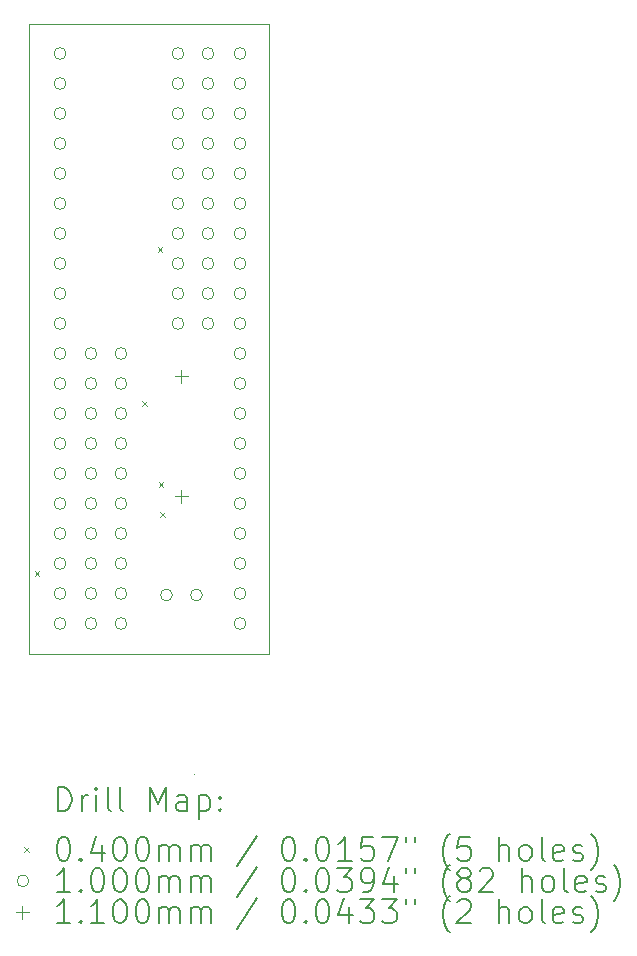
<source format=gbr>
%TF.GenerationSoftware,KiCad,Pcbnew,7.0.1*%
%TF.CreationDate,2023-06-01T10:46:20-07:00*%
%TF.ProjectId,tn_vdp_v2_socket,746e5f76-6470-45f7-9632-5f736f636b65,rev?*%
%TF.SameCoordinates,Original*%
%TF.FileFunction,Drillmap*%
%TF.FilePolarity,Positive*%
%FSLAX45Y45*%
G04 Gerber Fmt 4.5, Leading zero omitted, Abs format (unit mm)*
G04 Created by KiCad (PCBNEW 7.0.1) date 2023-06-01 10:46:20*
%MOMM*%
%LPD*%
G01*
G04 APERTURE LIST*
%ADD10C,0.100000*%
%ADD11C,0.200000*%
%ADD12C,0.040000*%
%ADD13C,0.110000*%
G04 APERTURE END LIST*
D10*
X15938500Y-10096500D02*
X15938500Y-4762500D01*
X17335500Y-11112500D02*
X17335500Y-11112500D01*
X17970500Y-10096500D02*
X15938500Y-10096500D01*
X17970500Y-4762500D02*
X17970500Y-10096500D01*
X17970500Y-4762500D02*
X15938500Y-4762500D01*
D11*
D12*
X15982420Y-9397950D02*
X16022420Y-9437950D01*
X16022420Y-9397950D02*
X15982420Y-9437950D01*
X16893110Y-7962100D02*
X16933110Y-8002100D01*
X16933110Y-7962100D02*
X16893110Y-8002100D01*
X17024640Y-6654590D02*
X17064640Y-6694590D01*
X17064640Y-6654590D02*
X17024640Y-6694590D01*
X17033340Y-8643990D02*
X17073340Y-8683990D01*
X17073340Y-8643990D02*
X17033340Y-8683990D01*
X17048020Y-8897700D02*
X17088020Y-8937700D01*
X17088020Y-8897700D02*
X17048020Y-8937700D01*
D10*
X16247580Y-5016000D02*
G75*
G03*
X16247580Y-5016000I-50000J0D01*
G01*
X16247580Y-5270000D02*
G75*
G03*
X16247580Y-5270000I-50000J0D01*
G01*
X16247580Y-5524000D02*
G75*
G03*
X16247580Y-5524000I-50000J0D01*
G01*
X16247580Y-5778000D02*
G75*
G03*
X16247580Y-5778000I-50000J0D01*
G01*
X16247580Y-6032000D02*
G75*
G03*
X16247580Y-6032000I-50000J0D01*
G01*
X16247580Y-6286000D02*
G75*
G03*
X16247580Y-6286000I-50000J0D01*
G01*
X16247580Y-6540000D02*
G75*
G03*
X16247580Y-6540000I-50000J0D01*
G01*
X16247580Y-6794000D02*
G75*
G03*
X16247580Y-6794000I-50000J0D01*
G01*
X16247580Y-7048000D02*
G75*
G03*
X16247580Y-7048000I-50000J0D01*
G01*
X16247580Y-7302000D02*
G75*
G03*
X16247580Y-7302000I-50000J0D01*
G01*
X16247580Y-7556000D02*
G75*
G03*
X16247580Y-7556000I-50000J0D01*
G01*
X16247580Y-7810000D02*
G75*
G03*
X16247580Y-7810000I-50000J0D01*
G01*
X16247580Y-8064000D02*
G75*
G03*
X16247580Y-8064000I-50000J0D01*
G01*
X16247580Y-8318000D02*
G75*
G03*
X16247580Y-8318000I-50000J0D01*
G01*
X16247580Y-8572000D02*
G75*
G03*
X16247580Y-8572000I-50000J0D01*
G01*
X16247580Y-8826000D02*
G75*
G03*
X16247580Y-8826000I-50000J0D01*
G01*
X16247580Y-9080000D02*
G75*
G03*
X16247580Y-9080000I-50000J0D01*
G01*
X16247580Y-9334000D02*
G75*
G03*
X16247580Y-9334000I-50000J0D01*
G01*
X16247580Y-9588000D02*
G75*
G03*
X16247580Y-9588000I-50000J0D01*
G01*
X16247580Y-9842000D02*
G75*
G03*
X16247580Y-9842000I-50000J0D01*
G01*
X16509200Y-7556500D02*
G75*
G03*
X16509200Y-7556500I-50000J0D01*
G01*
X16509200Y-7810500D02*
G75*
G03*
X16509200Y-7810500I-50000J0D01*
G01*
X16509200Y-8064500D02*
G75*
G03*
X16509200Y-8064500I-50000J0D01*
G01*
X16509200Y-8318500D02*
G75*
G03*
X16509200Y-8318500I-50000J0D01*
G01*
X16509200Y-8572500D02*
G75*
G03*
X16509200Y-8572500I-50000J0D01*
G01*
X16509200Y-8826500D02*
G75*
G03*
X16509200Y-8826500I-50000J0D01*
G01*
X16509200Y-9080500D02*
G75*
G03*
X16509200Y-9080500I-50000J0D01*
G01*
X16509200Y-9334500D02*
G75*
G03*
X16509200Y-9334500I-50000J0D01*
G01*
X16509200Y-9588500D02*
G75*
G03*
X16509200Y-9588500I-50000J0D01*
G01*
X16509200Y-9842500D02*
G75*
G03*
X16509200Y-9842500I-50000J0D01*
G01*
X16763200Y-7556500D02*
G75*
G03*
X16763200Y-7556500I-50000J0D01*
G01*
X16763200Y-7810500D02*
G75*
G03*
X16763200Y-7810500I-50000J0D01*
G01*
X16763200Y-8064500D02*
G75*
G03*
X16763200Y-8064500I-50000J0D01*
G01*
X16763200Y-8318500D02*
G75*
G03*
X16763200Y-8318500I-50000J0D01*
G01*
X16763200Y-8572500D02*
G75*
G03*
X16763200Y-8572500I-50000J0D01*
G01*
X16763200Y-8826500D02*
G75*
G03*
X16763200Y-8826500I-50000J0D01*
G01*
X16763200Y-9080500D02*
G75*
G03*
X16763200Y-9080500I-50000J0D01*
G01*
X16763200Y-9334500D02*
G75*
G03*
X16763200Y-9334500I-50000J0D01*
G01*
X16763200Y-9588500D02*
G75*
G03*
X16763200Y-9588500I-50000J0D01*
G01*
X16763200Y-9842500D02*
G75*
G03*
X16763200Y-9842500I-50000J0D01*
G01*
X17148500Y-9600000D02*
G75*
G03*
X17148500Y-9600000I-50000J0D01*
G01*
X17245800Y-5016500D02*
G75*
G03*
X17245800Y-5016500I-50000J0D01*
G01*
X17245800Y-5270500D02*
G75*
G03*
X17245800Y-5270500I-50000J0D01*
G01*
X17245800Y-5524500D02*
G75*
G03*
X17245800Y-5524500I-50000J0D01*
G01*
X17245800Y-5778500D02*
G75*
G03*
X17245800Y-5778500I-50000J0D01*
G01*
X17245800Y-6032500D02*
G75*
G03*
X17245800Y-6032500I-50000J0D01*
G01*
X17245800Y-6286500D02*
G75*
G03*
X17245800Y-6286500I-50000J0D01*
G01*
X17245800Y-6540500D02*
G75*
G03*
X17245800Y-6540500I-50000J0D01*
G01*
X17245800Y-6794500D02*
G75*
G03*
X17245800Y-6794500I-50000J0D01*
G01*
X17245800Y-7048500D02*
G75*
G03*
X17245800Y-7048500I-50000J0D01*
G01*
X17245800Y-7302500D02*
G75*
G03*
X17245800Y-7302500I-50000J0D01*
G01*
X17402500Y-9600000D02*
G75*
G03*
X17402500Y-9600000I-50000J0D01*
G01*
X17499800Y-5016500D02*
G75*
G03*
X17499800Y-5016500I-50000J0D01*
G01*
X17499800Y-5270500D02*
G75*
G03*
X17499800Y-5270500I-50000J0D01*
G01*
X17499800Y-5524500D02*
G75*
G03*
X17499800Y-5524500I-50000J0D01*
G01*
X17499800Y-5778500D02*
G75*
G03*
X17499800Y-5778500I-50000J0D01*
G01*
X17499800Y-6032500D02*
G75*
G03*
X17499800Y-6032500I-50000J0D01*
G01*
X17499800Y-6286500D02*
G75*
G03*
X17499800Y-6286500I-50000J0D01*
G01*
X17499800Y-6540500D02*
G75*
G03*
X17499800Y-6540500I-50000J0D01*
G01*
X17499800Y-6794500D02*
G75*
G03*
X17499800Y-6794500I-50000J0D01*
G01*
X17499800Y-7048500D02*
G75*
G03*
X17499800Y-7048500I-50000J0D01*
G01*
X17499800Y-7302500D02*
G75*
G03*
X17499800Y-7302500I-50000J0D01*
G01*
X17771580Y-5016000D02*
G75*
G03*
X17771580Y-5016000I-50000J0D01*
G01*
X17771580Y-5270000D02*
G75*
G03*
X17771580Y-5270000I-50000J0D01*
G01*
X17771580Y-5524000D02*
G75*
G03*
X17771580Y-5524000I-50000J0D01*
G01*
X17771580Y-5778000D02*
G75*
G03*
X17771580Y-5778000I-50000J0D01*
G01*
X17771580Y-6032000D02*
G75*
G03*
X17771580Y-6032000I-50000J0D01*
G01*
X17771580Y-6286000D02*
G75*
G03*
X17771580Y-6286000I-50000J0D01*
G01*
X17771580Y-6540000D02*
G75*
G03*
X17771580Y-6540000I-50000J0D01*
G01*
X17771580Y-6794000D02*
G75*
G03*
X17771580Y-6794000I-50000J0D01*
G01*
X17771580Y-7048000D02*
G75*
G03*
X17771580Y-7048000I-50000J0D01*
G01*
X17771580Y-7302000D02*
G75*
G03*
X17771580Y-7302000I-50000J0D01*
G01*
X17771580Y-7556000D02*
G75*
G03*
X17771580Y-7556000I-50000J0D01*
G01*
X17771580Y-7810000D02*
G75*
G03*
X17771580Y-7810000I-50000J0D01*
G01*
X17771580Y-8064000D02*
G75*
G03*
X17771580Y-8064000I-50000J0D01*
G01*
X17771580Y-8318000D02*
G75*
G03*
X17771580Y-8318000I-50000J0D01*
G01*
X17771580Y-8572000D02*
G75*
G03*
X17771580Y-8572000I-50000J0D01*
G01*
X17771580Y-8826000D02*
G75*
G03*
X17771580Y-8826000I-50000J0D01*
G01*
X17771580Y-9080000D02*
G75*
G03*
X17771580Y-9080000I-50000J0D01*
G01*
X17771580Y-9334000D02*
G75*
G03*
X17771580Y-9334000I-50000J0D01*
G01*
X17771580Y-9588000D02*
G75*
G03*
X17771580Y-9588000I-50000J0D01*
G01*
X17771580Y-9842000D02*
G75*
G03*
X17771580Y-9842000I-50000J0D01*
G01*
D13*
X17225000Y-7695000D02*
X17225000Y-7805000D01*
X17170000Y-7750000D02*
X17280000Y-7750000D01*
X17225000Y-8711000D02*
X17225000Y-8821000D01*
X17170000Y-8766000D02*
X17280000Y-8766000D01*
D11*
X16181119Y-11430024D02*
X16181119Y-11230024D01*
X16181119Y-11230024D02*
X16228738Y-11230024D01*
X16228738Y-11230024D02*
X16257309Y-11239548D01*
X16257309Y-11239548D02*
X16276357Y-11258595D01*
X16276357Y-11258595D02*
X16285881Y-11277643D01*
X16285881Y-11277643D02*
X16295405Y-11315738D01*
X16295405Y-11315738D02*
X16295405Y-11344309D01*
X16295405Y-11344309D02*
X16285881Y-11382405D01*
X16285881Y-11382405D02*
X16276357Y-11401452D01*
X16276357Y-11401452D02*
X16257309Y-11420500D01*
X16257309Y-11420500D02*
X16228738Y-11430024D01*
X16228738Y-11430024D02*
X16181119Y-11430024D01*
X16381119Y-11430024D02*
X16381119Y-11296690D01*
X16381119Y-11334786D02*
X16390643Y-11315738D01*
X16390643Y-11315738D02*
X16400167Y-11306214D01*
X16400167Y-11306214D02*
X16419214Y-11296690D01*
X16419214Y-11296690D02*
X16438262Y-11296690D01*
X16504928Y-11430024D02*
X16504928Y-11296690D01*
X16504928Y-11230024D02*
X16495405Y-11239548D01*
X16495405Y-11239548D02*
X16504928Y-11249071D01*
X16504928Y-11249071D02*
X16514452Y-11239548D01*
X16514452Y-11239548D02*
X16504928Y-11230024D01*
X16504928Y-11230024D02*
X16504928Y-11249071D01*
X16628738Y-11430024D02*
X16609690Y-11420500D01*
X16609690Y-11420500D02*
X16600167Y-11401452D01*
X16600167Y-11401452D02*
X16600167Y-11230024D01*
X16733500Y-11430024D02*
X16714452Y-11420500D01*
X16714452Y-11420500D02*
X16704928Y-11401452D01*
X16704928Y-11401452D02*
X16704928Y-11230024D01*
X16962071Y-11430024D02*
X16962071Y-11230024D01*
X16962071Y-11230024D02*
X17028738Y-11372881D01*
X17028738Y-11372881D02*
X17095405Y-11230024D01*
X17095405Y-11230024D02*
X17095405Y-11430024D01*
X17276357Y-11430024D02*
X17276357Y-11325262D01*
X17276357Y-11325262D02*
X17266833Y-11306214D01*
X17266833Y-11306214D02*
X17247786Y-11296690D01*
X17247786Y-11296690D02*
X17209690Y-11296690D01*
X17209690Y-11296690D02*
X17190643Y-11306214D01*
X17276357Y-11420500D02*
X17257310Y-11430024D01*
X17257310Y-11430024D02*
X17209690Y-11430024D01*
X17209690Y-11430024D02*
X17190643Y-11420500D01*
X17190643Y-11420500D02*
X17181119Y-11401452D01*
X17181119Y-11401452D02*
X17181119Y-11382405D01*
X17181119Y-11382405D02*
X17190643Y-11363357D01*
X17190643Y-11363357D02*
X17209690Y-11353833D01*
X17209690Y-11353833D02*
X17257310Y-11353833D01*
X17257310Y-11353833D02*
X17276357Y-11344309D01*
X17371595Y-11296690D02*
X17371595Y-11496690D01*
X17371595Y-11306214D02*
X17390643Y-11296690D01*
X17390643Y-11296690D02*
X17428738Y-11296690D01*
X17428738Y-11296690D02*
X17447786Y-11306214D01*
X17447786Y-11306214D02*
X17457310Y-11315738D01*
X17457310Y-11315738D02*
X17466833Y-11334786D01*
X17466833Y-11334786D02*
X17466833Y-11391928D01*
X17466833Y-11391928D02*
X17457310Y-11410976D01*
X17457310Y-11410976D02*
X17447786Y-11420500D01*
X17447786Y-11420500D02*
X17428738Y-11430024D01*
X17428738Y-11430024D02*
X17390643Y-11430024D01*
X17390643Y-11430024D02*
X17371595Y-11420500D01*
X17552548Y-11410976D02*
X17562071Y-11420500D01*
X17562071Y-11420500D02*
X17552548Y-11430024D01*
X17552548Y-11430024D02*
X17543024Y-11420500D01*
X17543024Y-11420500D02*
X17552548Y-11410976D01*
X17552548Y-11410976D02*
X17552548Y-11430024D01*
X17552548Y-11306214D02*
X17562071Y-11315738D01*
X17562071Y-11315738D02*
X17552548Y-11325262D01*
X17552548Y-11325262D02*
X17543024Y-11315738D01*
X17543024Y-11315738D02*
X17552548Y-11306214D01*
X17552548Y-11306214D02*
X17552548Y-11325262D01*
D12*
X15893500Y-11737500D02*
X15933500Y-11777500D01*
X15933500Y-11737500D02*
X15893500Y-11777500D01*
D11*
X16219214Y-11650024D02*
X16238262Y-11650024D01*
X16238262Y-11650024D02*
X16257309Y-11659548D01*
X16257309Y-11659548D02*
X16266833Y-11669071D01*
X16266833Y-11669071D02*
X16276357Y-11688119D01*
X16276357Y-11688119D02*
X16285881Y-11726214D01*
X16285881Y-11726214D02*
X16285881Y-11773833D01*
X16285881Y-11773833D02*
X16276357Y-11811928D01*
X16276357Y-11811928D02*
X16266833Y-11830976D01*
X16266833Y-11830976D02*
X16257309Y-11840500D01*
X16257309Y-11840500D02*
X16238262Y-11850024D01*
X16238262Y-11850024D02*
X16219214Y-11850024D01*
X16219214Y-11850024D02*
X16200167Y-11840500D01*
X16200167Y-11840500D02*
X16190643Y-11830976D01*
X16190643Y-11830976D02*
X16181119Y-11811928D01*
X16181119Y-11811928D02*
X16171595Y-11773833D01*
X16171595Y-11773833D02*
X16171595Y-11726214D01*
X16171595Y-11726214D02*
X16181119Y-11688119D01*
X16181119Y-11688119D02*
X16190643Y-11669071D01*
X16190643Y-11669071D02*
X16200167Y-11659548D01*
X16200167Y-11659548D02*
X16219214Y-11650024D01*
X16371595Y-11830976D02*
X16381119Y-11840500D01*
X16381119Y-11840500D02*
X16371595Y-11850024D01*
X16371595Y-11850024D02*
X16362071Y-11840500D01*
X16362071Y-11840500D02*
X16371595Y-11830976D01*
X16371595Y-11830976D02*
X16371595Y-11850024D01*
X16552548Y-11716690D02*
X16552548Y-11850024D01*
X16504928Y-11640500D02*
X16457309Y-11783357D01*
X16457309Y-11783357D02*
X16581119Y-11783357D01*
X16695405Y-11650024D02*
X16714452Y-11650024D01*
X16714452Y-11650024D02*
X16733500Y-11659548D01*
X16733500Y-11659548D02*
X16743024Y-11669071D01*
X16743024Y-11669071D02*
X16752548Y-11688119D01*
X16752548Y-11688119D02*
X16762071Y-11726214D01*
X16762071Y-11726214D02*
X16762071Y-11773833D01*
X16762071Y-11773833D02*
X16752548Y-11811928D01*
X16752548Y-11811928D02*
X16743024Y-11830976D01*
X16743024Y-11830976D02*
X16733500Y-11840500D01*
X16733500Y-11840500D02*
X16714452Y-11850024D01*
X16714452Y-11850024D02*
X16695405Y-11850024D01*
X16695405Y-11850024D02*
X16676357Y-11840500D01*
X16676357Y-11840500D02*
X16666833Y-11830976D01*
X16666833Y-11830976D02*
X16657309Y-11811928D01*
X16657309Y-11811928D02*
X16647786Y-11773833D01*
X16647786Y-11773833D02*
X16647786Y-11726214D01*
X16647786Y-11726214D02*
X16657309Y-11688119D01*
X16657309Y-11688119D02*
X16666833Y-11669071D01*
X16666833Y-11669071D02*
X16676357Y-11659548D01*
X16676357Y-11659548D02*
X16695405Y-11650024D01*
X16885881Y-11650024D02*
X16904929Y-11650024D01*
X16904929Y-11650024D02*
X16923976Y-11659548D01*
X16923976Y-11659548D02*
X16933500Y-11669071D01*
X16933500Y-11669071D02*
X16943024Y-11688119D01*
X16943024Y-11688119D02*
X16952548Y-11726214D01*
X16952548Y-11726214D02*
X16952548Y-11773833D01*
X16952548Y-11773833D02*
X16943024Y-11811928D01*
X16943024Y-11811928D02*
X16933500Y-11830976D01*
X16933500Y-11830976D02*
X16923976Y-11840500D01*
X16923976Y-11840500D02*
X16904929Y-11850024D01*
X16904929Y-11850024D02*
X16885881Y-11850024D01*
X16885881Y-11850024D02*
X16866833Y-11840500D01*
X16866833Y-11840500D02*
X16857310Y-11830976D01*
X16857310Y-11830976D02*
X16847786Y-11811928D01*
X16847786Y-11811928D02*
X16838262Y-11773833D01*
X16838262Y-11773833D02*
X16838262Y-11726214D01*
X16838262Y-11726214D02*
X16847786Y-11688119D01*
X16847786Y-11688119D02*
X16857310Y-11669071D01*
X16857310Y-11669071D02*
X16866833Y-11659548D01*
X16866833Y-11659548D02*
X16885881Y-11650024D01*
X17038262Y-11850024D02*
X17038262Y-11716690D01*
X17038262Y-11735738D02*
X17047786Y-11726214D01*
X17047786Y-11726214D02*
X17066833Y-11716690D01*
X17066833Y-11716690D02*
X17095405Y-11716690D01*
X17095405Y-11716690D02*
X17114452Y-11726214D01*
X17114452Y-11726214D02*
X17123976Y-11745262D01*
X17123976Y-11745262D02*
X17123976Y-11850024D01*
X17123976Y-11745262D02*
X17133500Y-11726214D01*
X17133500Y-11726214D02*
X17152548Y-11716690D01*
X17152548Y-11716690D02*
X17181119Y-11716690D01*
X17181119Y-11716690D02*
X17200167Y-11726214D01*
X17200167Y-11726214D02*
X17209691Y-11745262D01*
X17209691Y-11745262D02*
X17209691Y-11850024D01*
X17304929Y-11850024D02*
X17304929Y-11716690D01*
X17304929Y-11735738D02*
X17314452Y-11726214D01*
X17314452Y-11726214D02*
X17333500Y-11716690D01*
X17333500Y-11716690D02*
X17362072Y-11716690D01*
X17362072Y-11716690D02*
X17381119Y-11726214D01*
X17381119Y-11726214D02*
X17390643Y-11745262D01*
X17390643Y-11745262D02*
X17390643Y-11850024D01*
X17390643Y-11745262D02*
X17400167Y-11726214D01*
X17400167Y-11726214D02*
X17419214Y-11716690D01*
X17419214Y-11716690D02*
X17447786Y-11716690D01*
X17447786Y-11716690D02*
X17466833Y-11726214D01*
X17466833Y-11726214D02*
X17476357Y-11745262D01*
X17476357Y-11745262D02*
X17476357Y-11850024D01*
X17866833Y-11640500D02*
X17695405Y-11897643D01*
X18123976Y-11650024D02*
X18143024Y-11650024D01*
X18143024Y-11650024D02*
X18162072Y-11659548D01*
X18162072Y-11659548D02*
X18171595Y-11669071D01*
X18171595Y-11669071D02*
X18181119Y-11688119D01*
X18181119Y-11688119D02*
X18190643Y-11726214D01*
X18190643Y-11726214D02*
X18190643Y-11773833D01*
X18190643Y-11773833D02*
X18181119Y-11811928D01*
X18181119Y-11811928D02*
X18171595Y-11830976D01*
X18171595Y-11830976D02*
X18162072Y-11840500D01*
X18162072Y-11840500D02*
X18143024Y-11850024D01*
X18143024Y-11850024D02*
X18123976Y-11850024D01*
X18123976Y-11850024D02*
X18104929Y-11840500D01*
X18104929Y-11840500D02*
X18095405Y-11830976D01*
X18095405Y-11830976D02*
X18085881Y-11811928D01*
X18085881Y-11811928D02*
X18076357Y-11773833D01*
X18076357Y-11773833D02*
X18076357Y-11726214D01*
X18076357Y-11726214D02*
X18085881Y-11688119D01*
X18085881Y-11688119D02*
X18095405Y-11669071D01*
X18095405Y-11669071D02*
X18104929Y-11659548D01*
X18104929Y-11659548D02*
X18123976Y-11650024D01*
X18276357Y-11830976D02*
X18285881Y-11840500D01*
X18285881Y-11840500D02*
X18276357Y-11850024D01*
X18276357Y-11850024D02*
X18266834Y-11840500D01*
X18266834Y-11840500D02*
X18276357Y-11830976D01*
X18276357Y-11830976D02*
X18276357Y-11850024D01*
X18409691Y-11650024D02*
X18428738Y-11650024D01*
X18428738Y-11650024D02*
X18447786Y-11659548D01*
X18447786Y-11659548D02*
X18457310Y-11669071D01*
X18457310Y-11669071D02*
X18466834Y-11688119D01*
X18466834Y-11688119D02*
X18476357Y-11726214D01*
X18476357Y-11726214D02*
X18476357Y-11773833D01*
X18476357Y-11773833D02*
X18466834Y-11811928D01*
X18466834Y-11811928D02*
X18457310Y-11830976D01*
X18457310Y-11830976D02*
X18447786Y-11840500D01*
X18447786Y-11840500D02*
X18428738Y-11850024D01*
X18428738Y-11850024D02*
X18409691Y-11850024D01*
X18409691Y-11850024D02*
X18390643Y-11840500D01*
X18390643Y-11840500D02*
X18381119Y-11830976D01*
X18381119Y-11830976D02*
X18371595Y-11811928D01*
X18371595Y-11811928D02*
X18362072Y-11773833D01*
X18362072Y-11773833D02*
X18362072Y-11726214D01*
X18362072Y-11726214D02*
X18371595Y-11688119D01*
X18371595Y-11688119D02*
X18381119Y-11669071D01*
X18381119Y-11669071D02*
X18390643Y-11659548D01*
X18390643Y-11659548D02*
X18409691Y-11650024D01*
X18666834Y-11850024D02*
X18552548Y-11850024D01*
X18609691Y-11850024D02*
X18609691Y-11650024D01*
X18609691Y-11650024D02*
X18590643Y-11678595D01*
X18590643Y-11678595D02*
X18571595Y-11697643D01*
X18571595Y-11697643D02*
X18552548Y-11707167D01*
X18847786Y-11650024D02*
X18752548Y-11650024D01*
X18752548Y-11650024D02*
X18743024Y-11745262D01*
X18743024Y-11745262D02*
X18752548Y-11735738D01*
X18752548Y-11735738D02*
X18771595Y-11726214D01*
X18771595Y-11726214D02*
X18819215Y-11726214D01*
X18819215Y-11726214D02*
X18838262Y-11735738D01*
X18838262Y-11735738D02*
X18847786Y-11745262D01*
X18847786Y-11745262D02*
X18857310Y-11764309D01*
X18857310Y-11764309D02*
X18857310Y-11811928D01*
X18857310Y-11811928D02*
X18847786Y-11830976D01*
X18847786Y-11830976D02*
X18838262Y-11840500D01*
X18838262Y-11840500D02*
X18819215Y-11850024D01*
X18819215Y-11850024D02*
X18771595Y-11850024D01*
X18771595Y-11850024D02*
X18752548Y-11840500D01*
X18752548Y-11840500D02*
X18743024Y-11830976D01*
X18923976Y-11650024D02*
X19057310Y-11650024D01*
X19057310Y-11650024D02*
X18971595Y-11850024D01*
X19123976Y-11650024D02*
X19123976Y-11688119D01*
X19200167Y-11650024D02*
X19200167Y-11688119D01*
X19495405Y-11926214D02*
X19485881Y-11916690D01*
X19485881Y-11916690D02*
X19466834Y-11888119D01*
X19466834Y-11888119D02*
X19457310Y-11869071D01*
X19457310Y-11869071D02*
X19447786Y-11840500D01*
X19447786Y-11840500D02*
X19438262Y-11792881D01*
X19438262Y-11792881D02*
X19438262Y-11754786D01*
X19438262Y-11754786D02*
X19447786Y-11707167D01*
X19447786Y-11707167D02*
X19457310Y-11678595D01*
X19457310Y-11678595D02*
X19466834Y-11659548D01*
X19466834Y-11659548D02*
X19485881Y-11630976D01*
X19485881Y-11630976D02*
X19495405Y-11621452D01*
X19666834Y-11650024D02*
X19571596Y-11650024D01*
X19571596Y-11650024D02*
X19562072Y-11745262D01*
X19562072Y-11745262D02*
X19571596Y-11735738D01*
X19571596Y-11735738D02*
X19590643Y-11726214D01*
X19590643Y-11726214D02*
X19638262Y-11726214D01*
X19638262Y-11726214D02*
X19657310Y-11735738D01*
X19657310Y-11735738D02*
X19666834Y-11745262D01*
X19666834Y-11745262D02*
X19676357Y-11764309D01*
X19676357Y-11764309D02*
X19676357Y-11811928D01*
X19676357Y-11811928D02*
X19666834Y-11830976D01*
X19666834Y-11830976D02*
X19657310Y-11840500D01*
X19657310Y-11840500D02*
X19638262Y-11850024D01*
X19638262Y-11850024D02*
X19590643Y-11850024D01*
X19590643Y-11850024D02*
X19571596Y-11840500D01*
X19571596Y-11840500D02*
X19562072Y-11830976D01*
X19914453Y-11850024D02*
X19914453Y-11650024D01*
X20000167Y-11850024D02*
X20000167Y-11745262D01*
X20000167Y-11745262D02*
X19990643Y-11726214D01*
X19990643Y-11726214D02*
X19971596Y-11716690D01*
X19971596Y-11716690D02*
X19943024Y-11716690D01*
X19943024Y-11716690D02*
X19923977Y-11726214D01*
X19923977Y-11726214D02*
X19914453Y-11735738D01*
X20123977Y-11850024D02*
X20104929Y-11840500D01*
X20104929Y-11840500D02*
X20095405Y-11830976D01*
X20095405Y-11830976D02*
X20085881Y-11811928D01*
X20085881Y-11811928D02*
X20085881Y-11754786D01*
X20085881Y-11754786D02*
X20095405Y-11735738D01*
X20095405Y-11735738D02*
X20104929Y-11726214D01*
X20104929Y-11726214D02*
X20123977Y-11716690D01*
X20123977Y-11716690D02*
X20152548Y-11716690D01*
X20152548Y-11716690D02*
X20171596Y-11726214D01*
X20171596Y-11726214D02*
X20181119Y-11735738D01*
X20181119Y-11735738D02*
X20190643Y-11754786D01*
X20190643Y-11754786D02*
X20190643Y-11811928D01*
X20190643Y-11811928D02*
X20181119Y-11830976D01*
X20181119Y-11830976D02*
X20171596Y-11840500D01*
X20171596Y-11840500D02*
X20152548Y-11850024D01*
X20152548Y-11850024D02*
X20123977Y-11850024D01*
X20304929Y-11850024D02*
X20285881Y-11840500D01*
X20285881Y-11840500D02*
X20276358Y-11821452D01*
X20276358Y-11821452D02*
X20276358Y-11650024D01*
X20457310Y-11840500D02*
X20438262Y-11850024D01*
X20438262Y-11850024D02*
X20400167Y-11850024D01*
X20400167Y-11850024D02*
X20381119Y-11840500D01*
X20381119Y-11840500D02*
X20371596Y-11821452D01*
X20371596Y-11821452D02*
X20371596Y-11745262D01*
X20371596Y-11745262D02*
X20381119Y-11726214D01*
X20381119Y-11726214D02*
X20400167Y-11716690D01*
X20400167Y-11716690D02*
X20438262Y-11716690D01*
X20438262Y-11716690D02*
X20457310Y-11726214D01*
X20457310Y-11726214D02*
X20466834Y-11745262D01*
X20466834Y-11745262D02*
X20466834Y-11764309D01*
X20466834Y-11764309D02*
X20371596Y-11783357D01*
X20543024Y-11840500D02*
X20562072Y-11850024D01*
X20562072Y-11850024D02*
X20600167Y-11850024D01*
X20600167Y-11850024D02*
X20619215Y-11840500D01*
X20619215Y-11840500D02*
X20628739Y-11821452D01*
X20628739Y-11821452D02*
X20628739Y-11811928D01*
X20628739Y-11811928D02*
X20619215Y-11792881D01*
X20619215Y-11792881D02*
X20600167Y-11783357D01*
X20600167Y-11783357D02*
X20571596Y-11783357D01*
X20571596Y-11783357D02*
X20552548Y-11773833D01*
X20552548Y-11773833D02*
X20543024Y-11754786D01*
X20543024Y-11754786D02*
X20543024Y-11745262D01*
X20543024Y-11745262D02*
X20552548Y-11726214D01*
X20552548Y-11726214D02*
X20571596Y-11716690D01*
X20571596Y-11716690D02*
X20600167Y-11716690D01*
X20600167Y-11716690D02*
X20619215Y-11726214D01*
X20695405Y-11926214D02*
X20704929Y-11916690D01*
X20704929Y-11916690D02*
X20723977Y-11888119D01*
X20723977Y-11888119D02*
X20733500Y-11869071D01*
X20733500Y-11869071D02*
X20743024Y-11840500D01*
X20743024Y-11840500D02*
X20752548Y-11792881D01*
X20752548Y-11792881D02*
X20752548Y-11754786D01*
X20752548Y-11754786D02*
X20743024Y-11707167D01*
X20743024Y-11707167D02*
X20733500Y-11678595D01*
X20733500Y-11678595D02*
X20723977Y-11659548D01*
X20723977Y-11659548D02*
X20704929Y-11630976D01*
X20704929Y-11630976D02*
X20695405Y-11621452D01*
D10*
X15933500Y-12021500D02*
G75*
G03*
X15933500Y-12021500I-50000J0D01*
G01*
D11*
X16285881Y-12114024D02*
X16171595Y-12114024D01*
X16228738Y-12114024D02*
X16228738Y-11914024D01*
X16228738Y-11914024D02*
X16209690Y-11942595D01*
X16209690Y-11942595D02*
X16190643Y-11961643D01*
X16190643Y-11961643D02*
X16171595Y-11971167D01*
X16371595Y-12094976D02*
X16381119Y-12104500D01*
X16381119Y-12104500D02*
X16371595Y-12114024D01*
X16371595Y-12114024D02*
X16362071Y-12104500D01*
X16362071Y-12104500D02*
X16371595Y-12094976D01*
X16371595Y-12094976D02*
X16371595Y-12114024D01*
X16504928Y-11914024D02*
X16523976Y-11914024D01*
X16523976Y-11914024D02*
X16543024Y-11923548D01*
X16543024Y-11923548D02*
X16552548Y-11933071D01*
X16552548Y-11933071D02*
X16562071Y-11952119D01*
X16562071Y-11952119D02*
X16571595Y-11990214D01*
X16571595Y-11990214D02*
X16571595Y-12037833D01*
X16571595Y-12037833D02*
X16562071Y-12075928D01*
X16562071Y-12075928D02*
X16552548Y-12094976D01*
X16552548Y-12094976D02*
X16543024Y-12104500D01*
X16543024Y-12104500D02*
X16523976Y-12114024D01*
X16523976Y-12114024D02*
X16504928Y-12114024D01*
X16504928Y-12114024D02*
X16485881Y-12104500D01*
X16485881Y-12104500D02*
X16476357Y-12094976D01*
X16476357Y-12094976D02*
X16466833Y-12075928D01*
X16466833Y-12075928D02*
X16457309Y-12037833D01*
X16457309Y-12037833D02*
X16457309Y-11990214D01*
X16457309Y-11990214D02*
X16466833Y-11952119D01*
X16466833Y-11952119D02*
X16476357Y-11933071D01*
X16476357Y-11933071D02*
X16485881Y-11923548D01*
X16485881Y-11923548D02*
X16504928Y-11914024D01*
X16695405Y-11914024D02*
X16714452Y-11914024D01*
X16714452Y-11914024D02*
X16733500Y-11923548D01*
X16733500Y-11923548D02*
X16743024Y-11933071D01*
X16743024Y-11933071D02*
X16752548Y-11952119D01*
X16752548Y-11952119D02*
X16762071Y-11990214D01*
X16762071Y-11990214D02*
X16762071Y-12037833D01*
X16762071Y-12037833D02*
X16752548Y-12075928D01*
X16752548Y-12075928D02*
X16743024Y-12094976D01*
X16743024Y-12094976D02*
X16733500Y-12104500D01*
X16733500Y-12104500D02*
X16714452Y-12114024D01*
X16714452Y-12114024D02*
X16695405Y-12114024D01*
X16695405Y-12114024D02*
X16676357Y-12104500D01*
X16676357Y-12104500D02*
X16666833Y-12094976D01*
X16666833Y-12094976D02*
X16657309Y-12075928D01*
X16657309Y-12075928D02*
X16647786Y-12037833D01*
X16647786Y-12037833D02*
X16647786Y-11990214D01*
X16647786Y-11990214D02*
X16657309Y-11952119D01*
X16657309Y-11952119D02*
X16666833Y-11933071D01*
X16666833Y-11933071D02*
X16676357Y-11923548D01*
X16676357Y-11923548D02*
X16695405Y-11914024D01*
X16885881Y-11914024D02*
X16904929Y-11914024D01*
X16904929Y-11914024D02*
X16923976Y-11923548D01*
X16923976Y-11923548D02*
X16933500Y-11933071D01*
X16933500Y-11933071D02*
X16943024Y-11952119D01*
X16943024Y-11952119D02*
X16952548Y-11990214D01*
X16952548Y-11990214D02*
X16952548Y-12037833D01*
X16952548Y-12037833D02*
X16943024Y-12075928D01*
X16943024Y-12075928D02*
X16933500Y-12094976D01*
X16933500Y-12094976D02*
X16923976Y-12104500D01*
X16923976Y-12104500D02*
X16904929Y-12114024D01*
X16904929Y-12114024D02*
X16885881Y-12114024D01*
X16885881Y-12114024D02*
X16866833Y-12104500D01*
X16866833Y-12104500D02*
X16857310Y-12094976D01*
X16857310Y-12094976D02*
X16847786Y-12075928D01*
X16847786Y-12075928D02*
X16838262Y-12037833D01*
X16838262Y-12037833D02*
X16838262Y-11990214D01*
X16838262Y-11990214D02*
X16847786Y-11952119D01*
X16847786Y-11952119D02*
X16857310Y-11933071D01*
X16857310Y-11933071D02*
X16866833Y-11923548D01*
X16866833Y-11923548D02*
X16885881Y-11914024D01*
X17038262Y-12114024D02*
X17038262Y-11980690D01*
X17038262Y-11999738D02*
X17047786Y-11990214D01*
X17047786Y-11990214D02*
X17066833Y-11980690D01*
X17066833Y-11980690D02*
X17095405Y-11980690D01*
X17095405Y-11980690D02*
X17114452Y-11990214D01*
X17114452Y-11990214D02*
X17123976Y-12009262D01*
X17123976Y-12009262D02*
X17123976Y-12114024D01*
X17123976Y-12009262D02*
X17133500Y-11990214D01*
X17133500Y-11990214D02*
X17152548Y-11980690D01*
X17152548Y-11980690D02*
X17181119Y-11980690D01*
X17181119Y-11980690D02*
X17200167Y-11990214D01*
X17200167Y-11990214D02*
X17209691Y-12009262D01*
X17209691Y-12009262D02*
X17209691Y-12114024D01*
X17304929Y-12114024D02*
X17304929Y-11980690D01*
X17304929Y-11999738D02*
X17314452Y-11990214D01*
X17314452Y-11990214D02*
X17333500Y-11980690D01*
X17333500Y-11980690D02*
X17362072Y-11980690D01*
X17362072Y-11980690D02*
X17381119Y-11990214D01*
X17381119Y-11990214D02*
X17390643Y-12009262D01*
X17390643Y-12009262D02*
X17390643Y-12114024D01*
X17390643Y-12009262D02*
X17400167Y-11990214D01*
X17400167Y-11990214D02*
X17419214Y-11980690D01*
X17419214Y-11980690D02*
X17447786Y-11980690D01*
X17447786Y-11980690D02*
X17466833Y-11990214D01*
X17466833Y-11990214D02*
X17476357Y-12009262D01*
X17476357Y-12009262D02*
X17476357Y-12114024D01*
X17866833Y-11904500D02*
X17695405Y-12161643D01*
X18123976Y-11914024D02*
X18143024Y-11914024D01*
X18143024Y-11914024D02*
X18162072Y-11923548D01*
X18162072Y-11923548D02*
X18171595Y-11933071D01*
X18171595Y-11933071D02*
X18181119Y-11952119D01*
X18181119Y-11952119D02*
X18190643Y-11990214D01*
X18190643Y-11990214D02*
X18190643Y-12037833D01*
X18190643Y-12037833D02*
X18181119Y-12075928D01*
X18181119Y-12075928D02*
X18171595Y-12094976D01*
X18171595Y-12094976D02*
X18162072Y-12104500D01*
X18162072Y-12104500D02*
X18143024Y-12114024D01*
X18143024Y-12114024D02*
X18123976Y-12114024D01*
X18123976Y-12114024D02*
X18104929Y-12104500D01*
X18104929Y-12104500D02*
X18095405Y-12094976D01*
X18095405Y-12094976D02*
X18085881Y-12075928D01*
X18085881Y-12075928D02*
X18076357Y-12037833D01*
X18076357Y-12037833D02*
X18076357Y-11990214D01*
X18076357Y-11990214D02*
X18085881Y-11952119D01*
X18085881Y-11952119D02*
X18095405Y-11933071D01*
X18095405Y-11933071D02*
X18104929Y-11923548D01*
X18104929Y-11923548D02*
X18123976Y-11914024D01*
X18276357Y-12094976D02*
X18285881Y-12104500D01*
X18285881Y-12104500D02*
X18276357Y-12114024D01*
X18276357Y-12114024D02*
X18266834Y-12104500D01*
X18266834Y-12104500D02*
X18276357Y-12094976D01*
X18276357Y-12094976D02*
X18276357Y-12114024D01*
X18409691Y-11914024D02*
X18428738Y-11914024D01*
X18428738Y-11914024D02*
X18447786Y-11923548D01*
X18447786Y-11923548D02*
X18457310Y-11933071D01*
X18457310Y-11933071D02*
X18466834Y-11952119D01*
X18466834Y-11952119D02*
X18476357Y-11990214D01*
X18476357Y-11990214D02*
X18476357Y-12037833D01*
X18476357Y-12037833D02*
X18466834Y-12075928D01*
X18466834Y-12075928D02*
X18457310Y-12094976D01*
X18457310Y-12094976D02*
X18447786Y-12104500D01*
X18447786Y-12104500D02*
X18428738Y-12114024D01*
X18428738Y-12114024D02*
X18409691Y-12114024D01*
X18409691Y-12114024D02*
X18390643Y-12104500D01*
X18390643Y-12104500D02*
X18381119Y-12094976D01*
X18381119Y-12094976D02*
X18371595Y-12075928D01*
X18371595Y-12075928D02*
X18362072Y-12037833D01*
X18362072Y-12037833D02*
X18362072Y-11990214D01*
X18362072Y-11990214D02*
X18371595Y-11952119D01*
X18371595Y-11952119D02*
X18381119Y-11933071D01*
X18381119Y-11933071D02*
X18390643Y-11923548D01*
X18390643Y-11923548D02*
X18409691Y-11914024D01*
X18543024Y-11914024D02*
X18666834Y-11914024D01*
X18666834Y-11914024D02*
X18600167Y-11990214D01*
X18600167Y-11990214D02*
X18628738Y-11990214D01*
X18628738Y-11990214D02*
X18647786Y-11999738D01*
X18647786Y-11999738D02*
X18657310Y-12009262D01*
X18657310Y-12009262D02*
X18666834Y-12028309D01*
X18666834Y-12028309D02*
X18666834Y-12075928D01*
X18666834Y-12075928D02*
X18657310Y-12094976D01*
X18657310Y-12094976D02*
X18647786Y-12104500D01*
X18647786Y-12104500D02*
X18628738Y-12114024D01*
X18628738Y-12114024D02*
X18571595Y-12114024D01*
X18571595Y-12114024D02*
X18552548Y-12104500D01*
X18552548Y-12104500D02*
X18543024Y-12094976D01*
X18762072Y-12114024D02*
X18800167Y-12114024D01*
X18800167Y-12114024D02*
X18819215Y-12104500D01*
X18819215Y-12104500D02*
X18828738Y-12094976D01*
X18828738Y-12094976D02*
X18847786Y-12066405D01*
X18847786Y-12066405D02*
X18857310Y-12028309D01*
X18857310Y-12028309D02*
X18857310Y-11952119D01*
X18857310Y-11952119D02*
X18847786Y-11933071D01*
X18847786Y-11933071D02*
X18838262Y-11923548D01*
X18838262Y-11923548D02*
X18819215Y-11914024D01*
X18819215Y-11914024D02*
X18781119Y-11914024D01*
X18781119Y-11914024D02*
X18762072Y-11923548D01*
X18762072Y-11923548D02*
X18752548Y-11933071D01*
X18752548Y-11933071D02*
X18743024Y-11952119D01*
X18743024Y-11952119D02*
X18743024Y-11999738D01*
X18743024Y-11999738D02*
X18752548Y-12018786D01*
X18752548Y-12018786D02*
X18762072Y-12028309D01*
X18762072Y-12028309D02*
X18781119Y-12037833D01*
X18781119Y-12037833D02*
X18819215Y-12037833D01*
X18819215Y-12037833D02*
X18838262Y-12028309D01*
X18838262Y-12028309D02*
X18847786Y-12018786D01*
X18847786Y-12018786D02*
X18857310Y-11999738D01*
X19028738Y-11980690D02*
X19028738Y-12114024D01*
X18981119Y-11904500D02*
X18933500Y-12047357D01*
X18933500Y-12047357D02*
X19057310Y-12047357D01*
X19123976Y-11914024D02*
X19123976Y-11952119D01*
X19200167Y-11914024D02*
X19200167Y-11952119D01*
X19495405Y-12190214D02*
X19485881Y-12180690D01*
X19485881Y-12180690D02*
X19466834Y-12152119D01*
X19466834Y-12152119D02*
X19457310Y-12133071D01*
X19457310Y-12133071D02*
X19447786Y-12104500D01*
X19447786Y-12104500D02*
X19438262Y-12056881D01*
X19438262Y-12056881D02*
X19438262Y-12018786D01*
X19438262Y-12018786D02*
X19447786Y-11971167D01*
X19447786Y-11971167D02*
X19457310Y-11942595D01*
X19457310Y-11942595D02*
X19466834Y-11923548D01*
X19466834Y-11923548D02*
X19485881Y-11894976D01*
X19485881Y-11894976D02*
X19495405Y-11885452D01*
X19600167Y-11999738D02*
X19581119Y-11990214D01*
X19581119Y-11990214D02*
X19571596Y-11980690D01*
X19571596Y-11980690D02*
X19562072Y-11961643D01*
X19562072Y-11961643D02*
X19562072Y-11952119D01*
X19562072Y-11952119D02*
X19571596Y-11933071D01*
X19571596Y-11933071D02*
X19581119Y-11923548D01*
X19581119Y-11923548D02*
X19600167Y-11914024D01*
X19600167Y-11914024D02*
X19638262Y-11914024D01*
X19638262Y-11914024D02*
X19657310Y-11923548D01*
X19657310Y-11923548D02*
X19666834Y-11933071D01*
X19666834Y-11933071D02*
X19676357Y-11952119D01*
X19676357Y-11952119D02*
X19676357Y-11961643D01*
X19676357Y-11961643D02*
X19666834Y-11980690D01*
X19666834Y-11980690D02*
X19657310Y-11990214D01*
X19657310Y-11990214D02*
X19638262Y-11999738D01*
X19638262Y-11999738D02*
X19600167Y-11999738D01*
X19600167Y-11999738D02*
X19581119Y-12009262D01*
X19581119Y-12009262D02*
X19571596Y-12018786D01*
X19571596Y-12018786D02*
X19562072Y-12037833D01*
X19562072Y-12037833D02*
X19562072Y-12075928D01*
X19562072Y-12075928D02*
X19571596Y-12094976D01*
X19571596Y-12094976D02*
X19581119Y-12104500D01*
X19581119Y-12104500D02*
X19600167Y-12114024D01*
X19600167Y-12114024D02*
X19638262Y-12114024D01*
X19638262Y-12114024D02*
X19657310Y-12104500D01*
X19657310Y-12104500D02*
X19666834Y-12094976D01*
X19666834Y-12094976D02*
X19676357Y-12075928D01*
X19676357Y-12075928D02*
X19676357Y-12037833D01*
X19676357Y-12037833D02*
X19666834Y-12018786D01*
X19666834Y-12018786D02*
X19657310Y-12009262D01*
X19657310Y-12009262D02*
X19638262Y-11999738D01*
X19752548Y-11933071D02*
X19762072Y-11923548D01*
X19762072Y-11923548D02*
X19781119Y-11914024D01*
X19781119Y-11914024D02*
X19828738Y-11914024D01*
X19828738Y-11914024D02*
X19847786Y-11923548D01*
X19847786Y-11923548D02*
X19857310Y-11933071D01*
X19857310Y-11933071D02*
X19866834Y-11952119D01*
X19866834Y-11952119D02*
X19866834Y-11971167D01*
X19866834Y-11971167D02*
X19857310Y-11999738D01*
X19857310Y-11999738D02*
X19743024Y-12114024D01*
X19743024Y-12114024D02*
X19866834Y-12114024D01*
X20104929Y-12114024D02*
X20104929Y-11914024D01*
X20190643Y-12114024D02*
X20190643Y-12009262D01*
X20190643Y-12009262D02*
X20181119Y-11990214D01*
X20181119Y-11990214D02*
X20162072Y-11980690D01*
X20162072Y-11980690D02*
X20133500Y-11980690D01*
X20133500Y-11980690D02*
X20114453Y-11990214D01*
X20114453Y-11990214D02*
X20104929Y-11999738D01*
X20314453Y-12114024D02*
X20295405Y-12104500D01*
X20295405Y-12104500D02*
X20285881Y-12094976D01*
X20285881Y-12094976D02*
X20276358Y-12075928D01*
X20276358Y-12075928D02*
X20276358Y-12018786D01*
X20276358Y-12018786D02*
X20285881Y-11999738D01*
X20285881Y-11999738D02*
X20295405Y-11990214D01*
X20295405Y-11990214D02*
X20314453Y-11980690D01*
X20314453Y-11980690D02*
X20343024Y-11980690D01*
X20343024Y-11980690D02*
X20362072Y-11990214D01*
X20362072Y-11990214D02*
X20371596Y-11999738D01*
X20371596Y-11999738D02*
X20381119Y-12018786D01*
X20381119Y-12018786D02*
X20381119Y-12075928D01*
X20381119Y-12075928D02*
X20371596Y-12094976D01*
X20371596Y-12094976D02*
X20362072Y-12104500D01*
X20362072Y-12104500D02*
X20343024Y-12114024D01*
X20343024Y-12114024D02*
X20314453Y-12114024D01*
X20495405Y-12114024D02*
X20476358Y-12104500D01*
X20476358Y-12104500D02*
X20466834Y-12085452D01*
X20466834Y-12085452D02*
X20466834Y-11914024D01*
X20647786Y-12104500D02*
X20628739Y-12114024D01*
X20628739Y-12114024D02*
X20590643Y-12114024D01*
X20590643Y-12114024D02*
X20571596Y-12104500D01*
X20571596Y-12104500D02*
X20562072Y-12085452D01*
X20562072Y-12085452D02*
X20562072Y-12009262D01*
X20562072Y-12009262D02*
X20571596Y-11990214D01*
X20571596Y-11990214D02*
X20590643Y-11980690D01*
X20590643Y-11980690D02*
X20628739Y-11980690D01*
X20628739Y-11980690D02*
X20647786Y-11990214D01*
X20647786Y-11990214D02*
X20657310Y-12009262D01*
X20657310Y-12009262D02*
X20657310Y-12028309D01*
X20657310Y-12028309D02*
X20562072Y-12047357D01*
X20733500Y-12104500D02*
X20752548Y-12114024D01*
X20752548Y-12114024D02*
X20790643Y-12114024D01*
X20790643Y-12114024D02*
X20809691Y-12104500D01*
X20809691Y-12104500D02*
X20819215Y-12085452D01*
X20819215Y-12085452D02*
X20819215Y-12075928D01*
X20819215Y-12075928D02*
X20809691Y-12056881D01*
X20809691Y-12056881D02*
X20790643Y-12047357D01*
X20790643Y-12047357D02*
X20762072Y-12047357D01*
X20762072Y-12047357D02*
X20743024Y-12037833D01*
X20743024Y-12037833D02*
X20733500Y-12018786D01*
X20733500Y-12018786D02*
X20733500Y-12009262D01*
X20733500Y-12009262D02*
X20743024Y-11990214D01*
X20743024Y-11990214D02*
X20762072Y-11980690D01*
X20762072Y-11980690D02*
X20790643Y-11980690D01*
X20790643Y-11980690D02*
X20809691Y-11990214D01*
X20885881Y-12190214D02*
X20895405Y-12180690D01*
X20895405Y-12180690D02*
X20914453Y-12152119D01*
X20914453Y-12152119D02*
X20923977Y-12133071D01*
X20923977Y-12133071D02*
X20933500Y-12104500D01*
X20933500Y-12104500D02*
X20943024Y-12056881D01*
X20943024Y-12056881D02*
X20943024Y-12018786D01*
X20943024Y-12018786D02*
X20933500Y-11971167D01*
X20933500Y-11971167D02*
X20923977Y-11942595D01*
X20923977Y-11942595D02*
X20914453Y-11923548D01*
X20914453Y-11923548D02*
X20895405Y-11894976D01*
X20895405Y-11894976D02*
X20885881Y-11885452D01*
D13*
X15878500Y-12230500D02*
X15878500Y-12340500D01*
X15823500Y-12285500D02*
X15933500Y-12285500D01*
D11*
X16285881Y-12378024D02*
X16171595Y-12378024D01*
X16228738Y-12378024D02*
X16228738Y-12178024D01*
X16228738Y-12178024D02*
X16209690Y-12206595D01*
X16209690Y-12206595D02*
X16190643Y-12225643D01*
X16190643Y-12225643D02*
X16171595Y-12235167D01*
X16371595Y-12358976D02*
X16381119Y-12368500D01*
X16381119Y-12368500D02*
X16371595Y-12378024D01*
X16371595Y-12378024D02*
X16362071Y-12368500D01*
X16362071Y-12368500D02*
X16371595Y-12358976D01*
X16371595Y-12358976D02*
X16371595Y-12378024D01*
X16571595Y-12378024D02*
X16457309Y-12378024D01*
X16514452Y-12378024D02*
X16514452Y-12178024D01*
X16514452Y-12178024D02*
X16495405Y-12206595D01*
X16495405Y-12206595D02*
X16476357Y-12225643D01*
X16476357Y-12225643D02*
X16457309Y-12235167D01*
X16695405Y-12178024D02*
X16714452Y-12178024D01*
X16714452Y-12178024D02*
X16733500Y-12187548D01*
X16733500Y-12187548D02*
X16743024Y-12197071D01*
X16743024Y-12197071D02*
X16752548Y-12216119D01*
X16752548Y-12216119D02*
X16762071Y-12254214D01*
X16762071Y-12254214D02*
X16762071Y-12301833D01*
X16762071Y-12301833D02*
X16752548Y-12339928D01*
X16752548Y-12339928D02*
X16743024Y-12358976D01*
X16743024Y-12358976D02*
X16733500Y-12368500D01*
X16733500Y-12368500D02*
X16714452Y-12378024D01*
X16714452Y-12378024D02*
X16695405Y-12378024D01*
X16695405Y-12378024D02*
X16676357Y-12368500D01*
X16676357Y-12368500D02*
X16666833Y-12358976D01*
X16666833Y-12358976D02*
X16657309Y-12339928D01*
X16657309Y-12339928D02*
X16647786Y-12301833D01*
X16647786Y-12301833D02*
X16647786Y-12254214D01*
X16647786Y-12254214D02*
X16657309Y-12216119D01*
X16657309Y-12216119D02*
X16666833Y-12197071D01*
X16666833Y-12197071D02*
X16676357Y-12187548D01*
X16676357Y-12187548D02*
X16695405Y-12178024D01*
X16885881Y-12178024D02*
X16904929Y-12178024D01*
X16904929Y-12178024D02*
X16923976Y-12187548D01*
X16923976Y-12187548D02*
X16933500Y-12197071D01*
X16933500Y-12197071D02*
X16943024Y-12216119D01*
X16943024Y-12216119D02*
X16952548Y-12254214D01*
X16952548Y-12254214D02*
X16952548Y-12301833D01*
X16952548Y-12301833D02*
X16943024Y-12339928D01*
X16943024Y-12339928D02*
X16933500Y-12358976D01*
X16933500Y-12358976D02*
X16923976Y-12368500D01*
X16923976Y-12368500D02*
X16904929Y-12378024D01*
X16904929Y-12378024D02*
X16885881Y-12378024D01*
X16885881Y-12378024D02*
X16866833Y-12368500D01*
X16866833Y-12368500D02*
X16857310Y-12358976D01*
X16857310Y-12358976D02*
X16847786Y-12339928D01*
X16847786Y-12339928D02*
X16838262Y-12301833D01*
X16838262Y-12301833D02*
X16838262Y-12254214D01*
X16838262Y-12254214D02*
X16847786Y-12216119D01*
X16847786Y-12216119D02*
X16857310Y-12197071D01*
X16857310Y-12197071D02*
X16866833Y-12187548D01*
X16866833Y-12187548D02*
X16885881Y-12178024D01*
X17038262Y-12378024D02*
X17038262Y-12244690D01*
X17038262Y-12263738D02*
X17047786Y-12254214D01*
X17047786Y-12254214D02*
X17066833Y-12244690D01*
X17066833Y-12244690D02*
X17095405Y-12244690D01*
X17095405Y-12244690D02*
X17114452Y-12254214D01*
X17114452Y-12254214D02*
X17123976Y-12273262D01*
X17123976Y-12273262D02*
X17123976Y-12378024D01*
X17123976Y-12273262D02*
X17133500Y-12254214D01*
X17133500Y-12254214D02*
X17152548Y-12244690D01*
X17152548Y-12244690D02*
X17181119Y-12244690D01*
X17181119Y-12244690D02*
X17200167Y-12254214D01*
X17200167Y-12254214D02*
X17209691Y-12273262D01*
X17209691Y-12273262D02*
X17209691Y-12378024D01*
X17304929Y-12378024D02*
X17304929Y-12244690D01*
X17304929Y-12263738D02*
X17314452Y-12254214D01*
X17314452Y-12254214D02*
X17333500Y-12244690D01*
X17333500Y-12244690D02*
X17362072Y-12244690D01*
X17362072Y-12244690D02*
X17381119Y-12254214D01*
X17381119Y-12254214D02*
X17390643Y-12273262D01*
X17390643Y-12273262D02*
X17390643Y-12378024D01*
X17390643Y-12273262D02*
X17400167Y-12254214D01*
X17400167Y-12254214D02*
X17419214Y-12244690D01*
X17419214Y-12244690D02*
X17447786Y-12244690D01*
X17447786Y-12244690D02*
X17466833Y-12254214D01*
X17466833Y-12254214D02*
X17476357Y-12273262D01*
X17476357Y-12273262D02*
X17476357Y-12378024D01*
X17866833Y-12168500D02*
X17695405Y-12425643D01*
X18123976Y-12178024D02*
X18143024Y-12178024D01*
X18143024Y-12178024D02*
X18162072Y-12187548D01*
X18162072Y-12187548D02*
X18171595Y-12197071D01*
X18171595Y-12197071D02*
X18181119Y-12216119D01*
X18181119Y-12216119D02*
X18190643Y-12254214D01*
X18190643Y-12254214D02*
X18190643Y-12301833D01*
X18190643Y-12301833D02*
X18181119Y-12339928D01*
X18181119Y-12339928D02*
X18171595Y-12358976D01*
X18171595Y-12358976D02*
X18162072Y-12368500D01*
X18162072Y-12368500D02*
X18143024Y-12378024D01*
X18143024Y-12378024D02*
X18123976Y-12378024D01*
X18123976Y-12378024D02*
X18104929Y-12368500D01*
X18104929Y-12368500D02*
X18095405Y-12358976D01*
X18095405Y-12358976D02*
X18085881Y-12339928D01*
X18085881Y-12339928D02*
X18076357Y-12301833D01*
X18076357Y-12301833D02*
X18076357Y-12254214D01*
X18076357Y-12254214D02*
X18085881Y-12216119D01*
X18085881Y-12216119D02*
X18095405Y-12197071D01*
X18095405Y-12197071D02*
X18104929Y-12187548D01*
X18104929Y-12187548D02*
X18123976Y-12178024D01*
X18276357Y-12358976D02*
X18285881Y-12368500D01*
X18285881Y-12368500D02*
X18276357Y-12378024D01*
X18276357Y-12378024D02*
X18266834Y-12368500D01*
X18266834Y-12368500D02*
X18276357Y-12358976D01*
X18276357Y-12358976D02*
X18276357Y-12378024D01*
X18409691Y-12178024D02*
X18428738Y-12178024D01*
X18428738Y-12178024D02*
X18447786Y-12187548D01*
X18447786Y-12187548D02*
X18457310Y-12197071D01*
X18457310Y-12197071D02*
X18466834Y-12216119D01*
X18466834Y-12216119D02*
X18476357Y-12254214D01*
X18476357Y-12254214D02*
X18476357Y-12301833D01*
X18476357Y-12301833D02*
X18466834Y-12339928D01*
X18466834Y-12339928D02*
X18457310Y-12358976D01*
X18457310Y-12358976D02*
X18447786Y-12368500D01*
X18447786Y-12368500D02*
X18428738Y-12378024D01*
X18428738Y-12378024D02*
X18409691Y-12378024D01*
X18409691Y-12378024D02*
X18390643Y-12368500D01*
X18390643Y-12368500D02*
X18381119Y-12358976D01*
X18381119Y-12358976D02*
X18371595Y-12339928D01*
X18371595Y-12339928D02*
X18362072Y-12301833D01*
X18362072Y-12301833D02*
X18362072Y-12254214D01*
X18362072Y-12254214D02*
X18371595Y-12216119D01*
X18371595Y-12216119D02*
X18381119Y-12197071D01*
X18381119Y-12197071D02*
X18390643Y-12187548D01*
X18390643Y-12187548D02*
X18409691Y-12178024D01*
X18647786Y-12244690D02*
X18647786Y-12378024D01*
X18600167Y-12168500D02*
X18552548Y-12311357D01*
X18552548Y-12311357D02*
X18676357Y-12311357D01*
X18733500Y-12178024D02*
X18857310Y-12178024D01*
X18857310Y-12178024D02*
X18790643Y-12254214D01*
X18790643Y-12254214D02*
X18819215Y-12254214D01*
X18819215Y-12254214D02*
X18838262Y-12263738D01*
X18838262Y-12263738D02*
X18847786Y-12273262D01*
X18847786Y-12273262D02*
X18857310Y-12292309D01*
X18857310Y-12292309D02*
X18857310Y-12339928D01*
X18857310Y-12339928D02*
X18847786Y-12358976D01*
X18847786Y-12358976D02*
X18838262Y-12368500D01*
X18838262Y-12368500D02*
X18819215Y-12378024D01*
X18819215Y-12378024D02*
X18762072Y-12378024D01*
X18762072Y-12378024D02*
X18743024Y-12368500D01*
X18743024Y-12368500D02*
X18733500Y-12358976D01*
X18923976Y-12178024D02*
X19047786Y-12178024D01*
X19047786Y-12178024D02*
X18981119Y-12254214D01*
X18981119Y-12254214D02*
X19009691Y-12254214D01*
X19009691Y-12254214D02*
X19028738Y-12263738D01*
X19028738Y-12263738D02*
X19038262Y-12273262D01*
X19038262Y-12273262D02*
X19047786Y-12292309D01*
X19047786Y-12292309D02*
X19047786Y-12339928D01*
X19047786Y-12339928D02*
X19038262Y-12358976D01*
X19038262Y-12358976D02*
X19028738Y-12368500D01*
X19028738Y-12368500D02*
X19009691Y-12378024D01*
X19009691Y-12378024D02*
X18952548Y-12378024D01*
X18952548Y-12378024D02*
X18933500Y-12368500D01*
X18933500Y-12368500D02*
X18923976Y-12358976D01*
X19123976Y-12178024D02*
X19123976Y-12216119D01*
X19200167Y-12178024D02*
X19200167Y-12216119D01*
X19495405Y-12454214D02*
X19485881Y-12444690D01*
X19485881Y-12444690D02*
X19466834Y-12416119D01*
X19466834Y-12416119D02*
X19457310Y-12397071D01*
X19457310Y-12397071D02*
X19447786Y-12368500D01*
X19447786Y-12368500D02*
X19438262Y-12320881D01*
X19438262Y-12320881D02*
X19438262Y-12282786D01*
X19438262Y-12282786D02*
X19447786Y-12235167D01*
X19447786Y-12235167D02*
X19457310Y-12206595D01*
X19457310Y-12206595D02*
X19466834Y-12187548D01*
X19466834Y-12187548D02*
X19485881Y-12158976D01*
X19485881Y-12158976D02*
X19495405Y-12149452D01*
X19562072Y-12197071D02*
X19571596Y-12187548D01*
X19571596Y-12187548D02*
X19590643Y-12178024D01*
X19590643Y-12178024D02*
X19638262Y-12178024D01*
X19638262Y-12178024D02*
X19657310Y-12187548D01*
X19657310Y-12187548D02*
X19666834Y-12197071D01*
X19666834Y-12197071D02*
X19676357Y-12216119D01*
X19676357Y-12216119D02*
X19676357Y-12235167D01*
X19676357Y-12235167D02*
X19666834Y-12263738D01*
X19666834Y-12263738D02*
X19552548Y-12378024D01*
X19552548Y-12378024D02*
X19676357Y-12378024D01*
X19914453Y-12378024D02*
X19914453Y-12178024D01*
X20000167Y-12378024D02*
X20000167Y-12273262D01*
X20000167Y-12273262D02*
X19990643Y-12254214D01*
X19990643Y-12254214D02*
X19971596Y-12244690D01*
X19971596Y-12244690D02*
X19943024Y-12244690D01*
X19943024Y-12244690D02*
X19923977Y-12254214D01*
X19923977Y-12254214D02*
X19914453Y-12263738D01*
X20123977Y-12378024D02*
X20104929Y-12368500D01*
X20104929Y-12368500D02*
X20095405Y-12358976D01*
X20095405Y-12358976D02*
X20085881Y-12339928D01*
X20085881Y-12339928D02*
X20085881Y-12282786D01*
X20085881Y-12282786D02*
X20095405Y-12263738D01*
X20095405Y-12263738D02*
X20104929Y-12254214D01*
X20104929Y-12254214D02*
X20123977Y-12244690D01*
X20123977Y-12244690D02*
X20152548Y-12244690D01*
X20152548Y-12244690D02*
X20171596Y-12254214D01*
X20171596Y-12254214D02*
X20181119Y-12263738D01*
X20181119Y-12263738D02*
X20190643Y-12282786D01*
X20190643Y-12282786D02*
X20190643Y-12339928D01*
X20190643Y-12339928D02*
X20181119Y-12358976D01*
X20181119Y-12358976D02*
X20171596Y-12368500D01*
X20171596Y-12368500D02*
X20152548Y-12378024D01*
X20152548Y-12378024D02*
X20123977Y-12378024D01*
X20304929Y-12378024D02*
X20285881Y-12368500D01*
X20285881Y-12368500D02*
X20276358Y-12349452D01*
X20276358Y-12349452D02*
X20276358Y-12178024D01*
X20457310Y-12368500D02*
X20438262Y-12378024D01*
X20438262Y-12378024D02*
X20400167Y-12378024D01*
X20400167Y-12378024D02*
X20381119Y-12368500D01*
X20381119Y-12368500D02*
X20371596Y-12349452D01*
X20371596Y-12349452D02*
X20371596Y-12273262D01*
X20371596Y-12273262D02*
X20381119Y-12254214D01*
X20381119Y-12254214D02*
X20400167Y-12244690D01*
X20400167Y-12244690D02*
X20438262Y-12244690D01*
X20438262Y-12244690D02*
X20457310Y-12254214D01*
X20457310Y-12254214D02*
X20466834Y-12273262D01*
X20466834Y-12273262D02*
X20466834Y-12292309D01*
X20466834Y-12292309D02*
X20371596Y-12311357D01*
X20543024Y-12368500D02*
X20562072Y-12378024D01*
X20562072Y-12378024D02*
X20600167Y-12378024D01*
X20600167Y-12378024D02*
X20619215Y-12368500D01*
X20619215Y-12368500D02*
X20628739Y-12349452D01*
X20628739Y-12349452D02*
X20628739Y-12339928D01*
X20628739Y-12339928D02*
X20619215Y-12320881D01*
X20619215Y-12320881D02*
X20600167Y-12311357D01*
X20600167Y-12311357D02*
X20571596Y-12311357D01*
X20571596Y-12311357D02*
X20552548Y-12301833D01*
X20552548Y-12301833D02*
X20543024Y-12282786D01*
X20543024Y-12282786D02*
X20543024Y-12273262D01*
X20543024Y-12273262D02*
X20552548Y-12254214D01*
X20552548Y-12254214D02*
X20571596Y-12244690D01*
X20571596Y-12244690D02*
X20600167Y-12244690D01*
X20600167Y-12244690D02*
X20619215Y-12254214D01*
X20695405Y-12454214D02*
X20704929Y-12444690D01*
X20704929Y-12444690D02*
X20723977Y-12416119D01*
X20723977Y-12416119D02*
X20733500Y-12397071D01*
X20733500Y-12397071D02*
X20743024Y-12368500D01*
X20743024Y-12368500D02*
X20752548Y-12320881D01*
X20752548Y-12320881D02*
X20752548Y-12282786D01*
X20752548Y-12282786D02*
X20743024Y-12235167D01*
X20743024Y-12235167D02*
X20733500Y-12206595D01*
X20733500Y-12206595D02*
X20723977Y-12187548D01*
X20723977Y-12187548D02*
X20704929Y-12158976D01*
X20704929Y-12158976D02*
X20695405Y-12149452D01*
M02*

</source>
